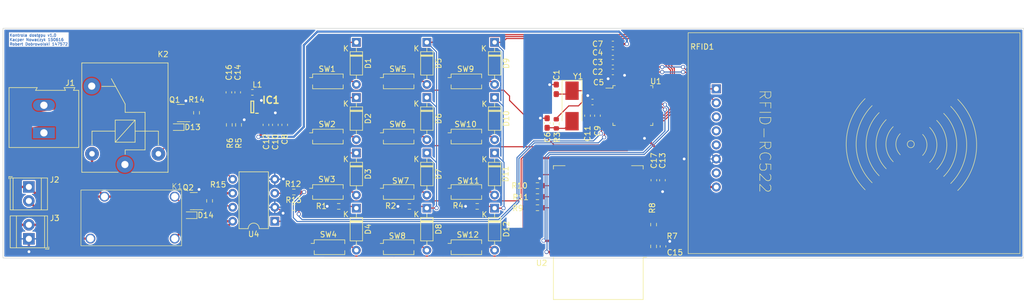
<source format=kicad_pcb>
(kicad_pcb (version 20221018) (generator pcbnew)
  (layers (0 "F.Cu" signal) (31 "B.Cu" signal) (34 "B.Paste" user) (35 "F.Paste" user) (36 "B.SilkS" user "B.Silkscreen") (37 "F.SilkS" user "F.Silkscreen") (38 "B.Mask" user) (39 "F.Mask" user) (44 "Edge.Cuts" user))
  (net 0 "")
  (net 1 "GND")
  (net 2 "Net-(U1-PF0)")
  (net 3 "VDD")
  (net 4 "Net-(U1-NRST)")
  (net 5 "Net-(C6-Pad2)")
  (net 6 "+24V")
  (net 7 "VDDA")
  (net 8 "Net-(IC1-BST)")
  (net 9 "Net-(C14-Pad2)")
  (net 10 "/ESP_NRST1")
  (net 11 "Net-(IC1-SW)")
  (net 12 "/I2C1_SCL")
  (net 13 "/I2C1_SDA")
  (net 16 "/COL0")
  (net 17 "Net-(D1-A)")
  (net 18 "Net-(D2-A)")
  (net 19 "Net-(D3-A)")
  (net 20 "Net-(D4-A)")
  (net 21 "/COL1")
  (net 22 "Net-(D5-A)")
  (net 23 "Net-(D6-A)")
  (net 24 "Net-(D7-A)")
  (net 25 "Net-(D8-A)")
  (net 26 "/COL2")
  (net 27 "Net-(D9-A)")
  (net 28 "Net-(D10-A)")
  (net 29 "Net-(D11-A)")
  (net 30 "Net-(D12-A)")
  (net 31 "/COM_V2")
  (net 32 "Net-(D13-A)")
  (net 33 "Net-(D14-A)")
  (net 37 "/Relay2_NC")
  (net 38 "/Relay1_NO")
  (net 39 "Net-(Q1-B)")
  (net 40 "Net-(Q2-B)")
  (net 41 "Net-(U2-EN)")
  (net 42 "Net-(U2-GPIO0)")
  (net 43 "Net-(U2-GPIO15)")
  (net 44 "Net-(U2-GPIO2)")
  (net 45 "/V2_Close")
  (net 46 "Net-(R12-Pad2)")
  (net 47 "/V1_Open")
  (net 48 "Net-(R13-Pad2)")
  (net 49 "Net-(R14-Pad1)")
  (net 50 "Net-(R15-Pad1)")
  (net 51 "/ROW0")
  (net 52 "/ROW1")
  (net 53 "/ROW2")
  (net 54 "/ROW3")
  (net 67 "/USART1_Tx")
  (net 68 "/USART1_Rx")
  (footprint "Button_Switch_SMD:SW_DIP_SPSTx01_Slide_Copal_CHS-01A_W5.08mm_P1.27mm_JPin" (layer "F.Cu") (at 142.5 108.39)
    (fp_text reference "SW11")
    (fp_text value "SW_Push")
  )
  (footprint "Button_Switch_SMD:SW_DIP_SPSTx01_Slide_Copal_CHS-01A_W5.08mm_P1.27mm_JPin" (layer "F.Cu") (at 130.25 118.38)
    (fp_text reference "SW8")
    (fp_text value "SW_Push")
  )
  (footprint "Capacitor_SMD:C_0603_1608Metric_Pad1.08x0.95mm_HandSolder" (layer "F.Cu") (at 109.65 96.2275 90)
    (fp_text reference "C8")
    (fp_text value "10uF")
  )
  (footprint "RF_Module:ESP-12E" (layer "F.Cu") (at 166.35 115.74 180)
    (fp_text reference "U2")
    (fp_text value "ESP-12E")
  )
  (footprint "Capacitor_SMD:C_0603_1608Metric_Pad1.08x0.95mm_HandSolder" (layer "F.Cu") (at 164.4 94.565 90)
    (fp_text reference "C11")
    (fp_text value "1uF")
  )
  (footprint "Inductor_SMD:L_0603_1608Metric_Pad1.05x0.95mm_HandSolder" (layer "F.Cu") (at 103.8 90.34)
    (fp_text reference "L1")
    (fp_text value "4.7uH")
  )
  (footprint "Capacitor_SMD:C_0603_1608Metric_Pad1.08x0.95mm_HandSolder" (layer "F.Cu") (at 168.98 81.58 180)
    (fp_text reference "C7")
    (fp_text value "100nF")
  )
  (footprint "Relay_THT:Relay_SPST_SANYOU_SRD_Series_Form_B" (layer "F.Cu") (at 80.75 103.41 90)
    (fp_text reference "K2")
    (fp_text value "SANYOU_SRD_Form_B")
  )
  (footprint "Button_Switch_SMD:SW_DIP_SPSTx01_Slide_Copal_CHS-01A_W5.08mm_P1.27mm_JPin" (layer "F.Cu") (at 117.46 88.35)
    (fp_text reference "SW1")
    (fp_text value "SW_Push")
  )
  (footprint "Diode_THT:D_DO-35_SOD27_P7.62mm_Horizontal" (layer "F.Cu") (at 147.6 101.32 -90)
    (fp_text reference "D11")
    (fp_text value "1N914")
  )
  (footprint "Button_Switch_SMD:SW_DIP_SPSTx01_Slide_Copal_CHS-01A_W5.08mm_P1.27mm_JPin" (layer "F.Cu") (at 130.25 88.35)
    (fp_text reference "SW5")
    (fp_text value "SW_Push")
  )
  (footprint "Resistor_SMD:R_0603_1608Metric_Pad0.98x0.95mm_HandSolder" (layer "F.Cu") (at 176.35 114.29 -90)
    (fp_text reference "R8")
    (fp_text value "10K")
  )
  (footprint "Resistor_SMD:R_0603_1608Metric_Pad0.98x0.95mm_HandSolder" (layer "F.Cu") (at 176.35 118.24 90)
    (fp_text reference "R7")
    (fp_text value "10K")
  )
  (footprint "Capacitor_SMD:C_0603_1608Metric_Pad1.08x0.95mm_HandSolder" (layer "F.Cu") (at 158.75 89.79 -90)
    (fp_text reference "C1")
    (fp_text value "18pF")
  )
  (footprint "TerminalBlock_TE-Connectivity:TerminalBlock_TE_282834-2_1x02_P2.54mm_Horizontal" (layer "F.Cu") (at 63.38 107.465 -90)
    (fp_text reference "J2")
    (fp_text value "V1")
  )
  (footprint "Resistor_SMD:R_0603_1608Metric_Pad0.98x0.95mm_HandSolder" (layer "F.Cu") (at 119.41 110.99)
    (fp_text reference "R1")
    (fp_text value "10K")
  )
  (footprint "Package_QFP:LQFP-48_7x7mm_P0.5mm" (layer "F.Cu") (at 172.6 92.7275)
    (fp_text reference "U1")
    (fp_text value "STM32F030C8Tx")
  )
  (footprint "Capacitor_SMD:C_0603_1608Metric_Pad1.08x0.95mm_HandSolder" (layer "F.Cu") (at 178.05 118.24 90)
    (fp_text reference "C15")
    (fp_text value "100nF")
  )
  (footprint "Diode_SMD:D_SOD-523" (layer "F.Cu") (at 92.53 112.59 180)
    (fp_text reference "D14")
    (fp_text value "LL414B")
  )
  (footprint "Resistor_SMD:R_0603_1608Metric_Pad0.98x0.95mm_HandSolder" (layer "F.Cu") (at 93.7 94.04 -90)
    (fp_text reference "R14")
    (fp_text value "470R")
  )
  (footprint "Button_Switch_SMD:SW_DIP_SPSTx01_Slide_Copal_CHS-01A_W5.08mm_P1.27mm_JPin" (layer "F.Cu") (at 117.46 108.39)
    (fp_text reference "SW3")
    (fp_text value "SW_Push")
  )
  (footprint "Resistor_SMD:R_0603_1608Metric_Pad0.98x0.95mm_HandSolder" (layer "F.Cu") (at 132.2 110.99)
    (fp_text reference "R2")
    (fp_text value "10K")
  )
  (footprint "Resistor_SMD:R_0603_1608Metric_Pad0.98x0.95mm_HandSolder" (layer "F.Cu") (at 111.3 111.19 180)
    (fp_text reference "R13")
    (fp_text value "470R")
  )
  (footprint "Capacitor_SMD:C_0603_1608Metric_Pad1.08x0.95mm_HandSolder" (layer "F.Cu") (at 157.1 95.89 -90)
    (fp_text reference "C6")
    (fp_text value "18pF")
  )
  (footprint "Resistor_SMD:R_0603_1608Metric_Pad0.98x0.95mm_HandSolder" (layer "F.Cu") (at 99.624 96.2275 90)
    (fp_text reference "R6")
    (fp_text value "30.9kR")
  )
  (footprint "My_Footprints_Library:Relay1461103-1" (layer "F.Cu") (at 90.58 108.025 180)
    (fp_text reference "K1")
    (fp_text value "1461103-1")
  )
  (footprint "Diode_THT:D_DO-35_SOD27_P7.62mm_Horizontal" (layer "F.Cu") (at 147.6 111.31 -90)
    (fp_text reference "D12")
    (fp_text value "1N914")
  )
  (footprint "Capacitor_SMD:C_0603_1608Metric_Pad1.08x0.95mm_HandSolder" (layer "F.Cu") (at 106.25 96.2275 -90)
    (fp_text reference "C12")
    (fp_text value "47uF")
  )
  (footprint "Button_Switch_SMD:SW_DIP_SPSTx01_Slide_Copal_CHS-01A_W5.08mm_P1.27mm_JPin" (layer "F.Cu") (at 117.46 98.35)
    (fp_text reference "SW2")
    (fp_text value "SW_Push")
  )
  (footprint "Button_Switch_SMD:SW_DIP_SPSTx01_Slide_Copal_CHS-01A_W5.08mm_P1.27mm_JPin" (layer "F.Cu") (at 117.745 118.38)
    (fp_text reference "SW4")
    (fp_text value "SW_Push")
  )
  (footprint "Capacitor_SMD:C_0603_1608Metric_Pad1.08x0.95mm_HandSolder" (layer "F.Cu") (at 166.2 94.565 90)
    (fp_text reference "C9")
    (fp_text value "10nF")
  )
  (footprint "Diode_SMD:D_SOD-523" (layer "F.Cu") (at 90.18 96.64 180)
    (fp_text reference "D13")
    (fp_text value "LL414B")
  )
  (footprint "Capacitor_SMD:C_0603_1608Metric_Pad1.08x0.95mm_HandSolder" (layer "F.Cu") (at 99.55 90.34 -90)
    (fp_text reference "C16")
    (fp_text value "47pF")
  )
  (footprint "Capacitor_SMD:C_0603_1608Metric_Pad1.08x0.95mm_HandSolder" (layer "F.Cu") (at 107.95 96.2275 90)
    (fp_text reference "C10")
    (fp_text value "100nF")
  )
  (footprint "TerminalBlock:TerminalBlock_Altech_AK300-2_P5.00mm" (layer "F.Cu") (at 66.1 97.675 90)
    (fp_text reference "J1")
    (fp_text value "V1")
  )
  (footprint "Crystal:Crystal_SMD_Abracon_ABM3-2Pin_5.0x3.2mm_HandSoldering" (layer "F.Cu") (at 161.6 92.8025 -90)
    (fp_text reference "Y1")
    (fp_text value "ABM3-8.000MHZ-D2Y")
  )
  (footprint "Resistor_SMD:R_0603_1608Metric" (layer "F.Cu") (at 158.75 96.04 -90)
    (fp_text reference "R3")
    (fp_text value "300")
  )
  (footprint "Diode_THT:D_DO-35_SOD27_P7.62mm_Horizontal" (layer "F.Cu") (at 135.35 91.28 -90)
    (fp_text reference "D6")
    (fp_text value "1N914")
  )
  (footprint "Diode_THT:D_DO-35_SOD27_P7.62mm_Horizontal" (layer "F.Cu") (at 122.6 111.31 -90)
    (fp_text reference "D4")
    (fp_text value "1N914")
  )
  (footprint "Capacitor_SMD:C_0603_1608Metric_Pad1.08x0.95mm_HandSolder" (layer "F.Cu") (at 177.95 106.2525 -90)
    (fp_text reference "C13")
    (fp_text value "4.7uF")
  )
  (footprint "Capacitor_SMD:C_0603_1608Metric_Pad1.08x0.95mm_HandSolder" (layer "F.Cu") (at 168.98 84.89 180)
    (fp_text reference "C3")
    (fp_text value "100nF")
  )
  (footprint "Resistor_SMD:R_0603_1608Metric_Pad0.98x0.95mm_HandSolder" (layer "F.Cu") (at 96.0625 109.99 90)
    (fp_text reference "R15")
    (fp_text value "470R")
  )
  (footprint "Capacitor_SMD:C_0603_1608Metric_Pad1.08x0.95mm_HandSolder" (layer "F.Cu") (at 101.15 90.34 90)
    (fp_text reference "C14")
    (fp_text value "100nF")
  )
  (footprint "Diode_THT:D_DO-35_SOD27_P7.62mm_Horizontal" (layer "F.Cu") (at 122.6 101.32 -90)
    (fp_text reference "D3")
    (fp_text value "1N914")
  )
  (footprint "TerminalBlock_TE-Connectivity:TerminalBlock_TE_282834-2_1x02_P2.54mm_Horizontal" (layer "F.Cu") (at 63.38 116.87 90)
    (fp_text reference "J3")
    (fp_text value "V1")
  )
  (footprint "Diode_THT:D_DO-35_SOD27_P7.62mm_Horizontal" (layer "F.Cu") (at 135.35 81.28 -90)
    (fp_text reference "D5")
    (fp_text value "1N914")
  )
  (footprint "Diode_THT:D_DO-35_SOD27_P7.62mm_Horizontal" (layer "F.Cu") (at 122.6 91.28 -90)
    (fp_text reference "D2")
    (fp_text value "1N914")
  )
  (footprint "Capacitor_SMD:C_0603_1608Metric_Pad1.08x0.95mm_HandSolder" (layer "F.Cu") (at 165.3 92.09 180)
    (fp_text reference "C5")
    (fp_text value "100nF")
  )
  (footprint "Button_Switch_SMD:SW_DIP_SPSTx01_Slide_Copal_CHS-01A_W5.08mm_P1.27mm_JPin" (layer "F.Cu") (at 130.25 108.39)
    (fp_text reference "SW7")
    (fp_text value "SW_Push")
  )
  (footprint "Resistor_SMD:R_0603_1608Metric_Pad0.98x0.95mm_HandSolder" (layer "F.Cu") (at 155.35 107.24 180)
    (fp_text reference "R10")
    (fp_text value "10K")
  )
  (footprint "Package_DIP:DIP-8_W7.62mm" (layer "F.Cu") (at 107.85 113.69 180)
    (fp_text reference "U4")
    (fp_text value "LTV-824")
  )
  (footprint "Button_Switch_SMD:SW_DIP_SPSTx01_Slide_Copal_CHS-01A_W5.08mm_P1.27mm_JPin" (layer "F.Cu") (at 142.5 118.38)
    (fp_text reference "SW12")
    (fp_text value "SW_Push")
  )
  (footprint "Resistor_SMD:R_0603_1608Metric_Pad0.98x0.95mm_HandSolder" (layer "F.Cu") (at 144.45 110.99)
    (fp_text reference "R4")
    (fp_text value "10K")
  )
  (footprint "Diode_THT:D_DO-35_SOD27_P7.62mm_Horizontal" (layer "F.Cu") (at 135.35 111.31 -90)
    (fp_text reference "D8")
    (fp_text value "1N914")
  )
  (footprint "Button_Switch_SMD:SW_DIP_SPSTx01_Slide_Copal_CHS-01A_W5.08mm_P1.27mm_JPin" (layer "F.Cu") (at 142.5 98.35)
    (fp_text reference "SW10")
    (fp_text value "SW_Push")
  )
  (footprint "Button_Switch_SMD:SW_DIP_SPSTx01_Slide_Copal_CHS-01A_W5.08mm_P1.27mm_JPin" (layer "F.Cu") (at 142.5 88.35)
    (fp_text reference "SW9")
    (fp_text value "SW_Push")
  )
  (footprint "Diode_THT:D_DO-35_SOD27_P7.62mm_Horizontal" (layer "F.Cu") (at 147.6 81.28 -90)
    (fp_text reference "D9")
    (fp_text value "1N914")
  )
  (footprint "Diode_THT:D_DO-35_SOD27_P7.62mm_Horizontal" (layer "F.Cu") (at 135.35 101.32 -90)
    (fp_text reference "D7")
    (fp_text value "1N914")
  )
  (footprint "Capacitor_SMD:C_0603_1608Metric_Pad1.08x0.95mm_HandSolder" (layer "F.Cu") (at 168.98 83.14 180)
    (fp_text reference "C4")
    (fp_text value "100nF")
  )
  (footprint "Diode_THT:D_DO-35_SOD27_P7.62mm_Horizontal" (layer "F.Cu") (at 147.6 91.28 -90)
    (fp_text reference "D10")
    (fp_text value "1N914")
  )
  (footprint "Resistor_SMD:R_0603_1608Metric_Pad0.98x0.95mm_HandSolder" (layer "F.Cu") (at 111.3 108.39 180)
    (fp_text reference "R12")
    (fp_text value "470R")
  )
  (footprint "Resistor_SMD:R_0603_1608Metric_Pad0.98x0.95mm_HandSolder" (layer "F.Cu") (at 101.3 96.2275 -90)
    (fp_text reference "R5")
    (fp_text value "10K")
  )
  (footprint "Diode_THT:D_DO-35_SOD27_P7.62mm_Horizontal" (layer "F.Cu") (at 122.6 81.28 -90)
    (fp_text reference "D1")
    (fp_text value "1N914")
  )
  (footprint "Button_Switch_SMD:SW_DIP_SPSTx01_Slide_Copal_CHS-01A_W5.08mm_P1.27mm_JPin" (layer "F.Cu") (at 130.25 98.35)
    (fp_text reference "SW6")
    (fp_text value "SW_Push")
  )
  (footprint "Package_TO_SOT_SMD:SOT-23" (layer "F.Cu") (at 90.85 94.09 180)
    (fp_text reference "Q1")
    (fp_text value "MMBT3904")
  )
  (footprint "Package_TO_SOT_SMD:SOT-23" (layer "F.Cu") (at 93.2 110.04 180)
    (fp_text reference "Q2")
    (fp_text value "MMBT3904")
  )
  (footprint "Resistor_SMD:R_0603_1608Metric_Pad0.98x0.95mm_HandSolder" (layer "F.Cu") (at 155.35 111.24)
    (fp_text reference "R9")
    (fp_text value "10K")
  )
  (footprint "Resistor_SMD:R_0603_1608Metric_Pad0.98x0.95mm_HandSolder" (layer "F.Cu") (at 155.35 109.24)
    (fp_text reference "R11")
    (fp_text value "10K")
  )
  (footprint "Capacitor_SMD:C_0603_1608Metric_Pad1.08x0.95mm_HandSolder" (layer "F.Cu") (at 168.98 86.64 180)
    (fp_text reference "C2")
    (fp_text value "4.7uF")
  )
  (footprint "My_Footprints_Library:RC522_I2C_B30x20mm" (layer "F.Cu") (at 182.6 79.54)
    (fp_text reference "RFID1")
    (fp_text value "RC522")
  )
  (footprint "Capacitor_SMD:C_0603_1608Metric_Pad1.08x0.95mm_HandSolder" (layer "F.Cu") (at 176.4 106.2525 -90)
    (fp_text reference "C17")
    (fp_text value "1uF")
  )
  (footprint "My_Footprints_Library:SOTFL50P160X60-8N" (layer "F.Cu") (at 103.786 92.9775 180)
    (fp_text reference "IC1")
    (fp_text value "TPS563300DRLR" hide)
  )
  (gr_rect (start 58.7 78.74) (end 243.29 120.34) (stroke (width 0.1)) (fill none) (layer "Edge.Cuts"))
  (gr_text "Kontrola dostępu v1.0\nKacper Nowaczyk 150616\nRobert Dobrowolski 147572 " (at 59.85 79.7) (layer "B.Cu") (effects (font (size 0.5 0.5) (thickness 0.1) bold) (justify left top)))
  (segment (start 158.75 88.9275) (end 157.5725 88.9275) (width 0.2) (layer "F.Cu") (net 1))
  (segment (start 170.927501 87.25) (end 171.1 87.25) (width 0.2) (layer "F.Cu") (net 1))
  (segment (start 177.95 108.3) (end 177.975 108.325) (width 0.2) (layer "F.Cu") (net 1))
  (segment (start 168.1175 86.64) (end 168.1175 87.8675) (width 0.2) (layer "F.Cu") (net 1))
  (segment (start 164.4375 90.9375) (end 164.45 90.925) (width 0.2) (layer "F.Cu") (net 1))
  (segment (start 63.38 116.87) (end 63.38 119.18) (width 0.4) (layer "F.Cu") (net 1))
  (segment (start 108.275 111.15) (end 109.35 112.225) (width 0.2) (layer "F.Cu") (net 1))
  (segment (start 178.05 117.3775) (end 179.2225 117.3775) (width 0.2) (layer "F.Cu") (net 1))
  (segment (start 118.4975 110.99) (end 117.34 110.99) (width 0.2) (layer "F.Cu") (net 1))
  (segment (start 177.95 107.115) (end 177.95 108.3) (width 0.2) (layer "F.Cu") (net 1))
  (segment (start 168.4375 93.4775) (end 166.425 93.4775) (width 0.2) (layer "F.Cu") (net 1))
  (segment (start 168.1175 87.8675) (end 168.125 87.875) (width 0.2) (layer "F.Cu") (net 1))
  (segment (start 164.4375 92.09) (end 164.4375 90.9375) (width 0.2) (layer "F.Cu") (net 1))
  (segment (start 154.4375 107.24) (end 156.4375 105.24) (width 0.2) (layer "F.Cu") (net 1))
  (segment (start 104.9975 92.2275) (end 104.624 92.2275) (width 0.2) (layer "F.Cu") (net 1))
  (segment (start 179.2225 117.3775) (end 179.275 117.325) (width 0.2) (layer "F.Cu") (net 1))
  (segment (start 156.4375 105.24) (end 158.75 105.24) (width 0.2) (layer "F.Cu") (net 1))
  (segment (start 117.34 110.99) (end 117.325 110.975) (width 0.2) (layer "F.Cu") (net 1))
  (segment (start 109.355 106.07) (end 109.4 106.025) (width 0.2) (layer "F.Cu") (net 1))
  (segment (start 130.135 110.99) (end 130.125 111) (width 0.2) (layer "F.Cu") (net 1))
  (segment (start 164.4 93.7025) (end 164.4 92.1275) (width 0.2) (layer "F.Cu") (net 1))
  (segment (start 143.5375 110.99) (end 142.365 110.99) (width 0.2) (layer "F.Cu") (net 1))
  (segment (start 157.5725 88.9275) (end 157.55 88.95) (width 0.2) (layer "F.Cu") (net 1))
  (segment (start 94.1375 107.9375) (end 94.1375 109.09) (width 0.2) (layer "F.Cu") (net 1))
  (segment (start 91.7875 93.14) (end 91.7875 91.8875) (width 0.2) (layer "F.Cu") (net 1))
  (segment (start 107.85 106.07) (end 109.355 106.07) (width 0.2) (layer "F.Cu") (net 1))
  (segment (start 107.85 111.15) (end 108.275 111.15) (width 0.2) (layer "F.Cu") (net 1))
  (segment (start 106.25 95.365) (end 109.65 95.365) (width 0.2) (layer "F.Cu") (net 1))
  (segment (start 170.35 88.565) (end 170.35 87.827501) (width 0.2) (layer "F.Cu") (net 1))
  (segment (start 94.15 107.925) (end 94.1375 107.9375) (width 0.2) (layer "F.Cu") (net 1))
  (segment (start 176.4 107.115) (end 177.95 107.115) (width 0.2) (layer "F.Cu") (net 1))
  (segment (start 174.85 96.89) (end 174.85 98.516846) (width 0.2) (layer "F.Cu") (net 1))
  (segment (start 142.365 110.99) (end 142.35 110.975) (width 0.2) (layer "F.Cu") (net 1))
  (segment (start 171.272499 87.25) (end 171.1 87.25) (width 0.2) (layer "F.Cu") (net 1))
  (segment (start 157.1 95.0275) (end 155.9025 95.0275) (width 0.2) (layer "F.Cu") (net 1))
  (segment (start 107.95 95.365) (end 107.95 94.05) (width 0.2) (layer "F.Cu") (net 1))
  (segment (start 166.425 93.4775) (end 166.2 93.7025) (width 0.2) (layer "F.Cu") (net 1))
  (segment (start 91.7875 91.8875) (end 91.775 91.875) (width 0.2) (layer "F.Cu") (net 1))
  (segment (start 164.4 92.1275) (end 164.4375 92.09) (width 0.2) (layer "F.Cu") (net 1))
  (segment (start 63.38 119.18) (end 63.4 119.2) (width 0.4) (layer "F.Cu") (net 1))
  (segment (start 166.2 93.7025) (end 164.4 93.7025) (width 0.2) (layer "F.Cu") (net 1))
  (segment (start 105.425 91.8) (end 104.9975 92.2275) (width 0.2) (layer "F.Cu") (net 1))
  (segment (start 174.85 98.516846) (end 174.70313 98.663716) (width 0.2) (layer "F.Cu") (net 1))
  (segment (start 155.9025 95.0275) (end 155.875 95) (width 0.2) (layer "F.Cu") (net 1))
  (segment (start 102.31 95.315) (end 102.325 95.3) (width 0.2) (layer "F.Cu") (net 1))
  (segment (start 171.272499 87.25) (end 171.85 87.827501) (width 0.2) (layer "F.Cu") (net 1))
  (segment (start 131.2875 110.99) (end 130.135 110.99) (width 0.2) (layer "F.Cu") (net 1))
  (segment (start 168.1175 81.58) (end 168.1175 86.64) (width 0.2) (layer "F.Cu") (net 1))
  (segment (start 101.3 95.315) (end 102.31 95.315) (width 0.2) (layer "F.Cu") (net 1))
  (segment (start 171.85 87.827501) (end 171.85 88.565) (width 0.2) (layer "F.Cu") (net 1))
  (segment (start 170.35 87.827501) (end 170.927501 87.25) (width 0.2) (layer "F.Cu") (net 1))
  (via (at 142.35 110.975) (size 0.75) (drill 0.5) (layers "F.Cu" "B.Cu") (net 1))
  (via (at 155.875 95) (size 0.75) (drill 0.5) (layers "F.Cu" "B.Cu") (net 1))
  (via (at 107.95 94.05) (size 0.75) (drill 0.5) (layers "F.Cu" "B.Cu") (net 1))
  (via (at 181.875 102.4) (size 0.75) (drill 0.5) (layers "F.Cu" "B.Cu") (net 1))
  (via (at 164.45 90.925) (size 0.75) (drill 0.5) (layers "F.Cu" "B.Cu") (net 1))
  (via (at 105.425 91.8) (size 0.75) (drill 0.5) (layers "F.Cu" "B.Cu") (net 1))
  (via (at 102.325 95.3) (size 0.75) (drill 0.5) (layers "F.Cu" "B.Cu") (net 1))
  (via (at 91.775 91.875) (size 0.75) (drill 0.5) (layers "F.Cu" "B.Cu") (net 1))
  (via (at 94.15 107.925) (size 0.75) (drill 0.5) (layers "F.Cu" "B.Cu") (net 1))
  (via (at 109.4 106.025) (size 0.75) (drill 0.5) (layers "F.Cu" "B.Cu") (net 1))
  (via (at 117.325 110.975) (size 0.75) (drill 0.5) (layers "F.Cu" "B.Cu") (net 1))
  (via (at 168.125 87.875) (size 0.75) (drill 0.5) (layers "F.Cu" "B.Cu") (net 1))
  (via (at 109.35 112.225) (size 0.75) (drill 0.5) (layers "F.Cu" "B.Cu") (net 1))
  (via (at 155.73875 105.93875) (size 0.75) (drill 0.5) (layers "F.Cu" "B.Cu") (net 1))
  (via (at 177.975 108.325) (size 0.75) (drill 0.5) (layers "F.Cu" "B.Cu") (net 1))
  (via (at 157.55 88.95) (size 0.75) (drill 0.5) (layers "F.Cu" "B.Cu") (net 1))
  (via (at 63.4 119.2) (size 0.75) (drill 0.5) (layers "F.Cu" "B.Cu") (net 1))
  (via (at 130.125 111) (size 0.75) (drill 0.5) (layers "F.Cu" "B.Cu") (net 1))
  (via (at 174.70313 98.663716) (size 0.75) (drill 0.5) (layers "F.Cu" "B.Cu") (net 1))
  (via (at 179.275 117.325) (size 0.75) (drill 0.5) (layers "F.Cu" "B.Cu") (net 1))
  (via (at 171.1 87.25) (size 0.75) (drill 0.5) (layers "F.Cu" "B.Cu") (net 1))
  (segment (start 187.68 102.4) (end 181.875 102.4) (width 0.2) (layer "B.Cu") (net 1))
  (segment (start 164.25 90.04) (end 161.6 90.04) (width 0.2) (layer "F.Cu") (net 2))
  (segment (start 163.45 92.09) (end 163.45 90.84) (width 0.2) (layer "F.Cu") (net 2))
  (segment (start 168.4375 92.4775) (end 168.4375 91.9775) (width 0.2) (layer "F.Cu") (net 2))
  (segment (start 161.0125 92.79) (end 162.75 92.79) (width 0.2) (layer "F.Cu") (net 2))
  (segment (start 168.4375 91.9775) (end 167.700001 91.9775) (width 0.2) (layer "F.Cu") (net 2))
  (segment (start 158.75 95.215) (end 158.75 95.0525) (width 0.2) (layer "F.Cu") (net 2))
  (segment (start 163.45 90.84) (end 164.25 90.04) (width 0.2) (layer "F.Cu") (net 2))
  (segment (start 167.700001 91.9775) (end 165.762501 90.04) (width 0.2) (layer "F.Cu") (net 2))
  (segment (start 158.75 95.0525) (end 161.0125 92.79) (width 0.2) (layer "F.Cu") (net 2))
  (segment (start 162.75 92.79) (end 163.45 92.09) (width 0.2) (layer "F.Cu") (net 2))
  (segment (start 158.75 90.6525) (end 160.9875 90.6525) (width 0.2) (layer "F.Cu") (net 2))
  (segment (start 165.762501 90.04) (end 164.25 90.04) (width 0.2) (layer "F.Cu") (net 2))
  (segment (start 160.9875 90.6525) (end 161.6 90.04) (width 0.2) (layer "F.Cu") (net 2))
  (segment (start 168.4375 91.9775) (end 168.3625 91.9775) (width 0.2) (layer "F.Cu") (net 2))
  (segment (start 178.2 105.39) (end 179.05 104.54) (width 0.4) (layer "F.Cu") (net 3))
  (segment (start 175.04062 95.74) (end 169.85 90.54938) (width 0.4) (layer "F.Cu") (net 3))
  (segment (start 99.55 92.066) (end 99.55 91.2025) (width 0.4) (layer "F.Cu") (net 3))
  (segment (start 102.948 93.788) (end 106.25 97.09) (width 0.2) (layer "F.Cu") (net 3))
  (segment (start 169.85 86.6475) (end 169.8425 86.64) (width 0.2) (layer "F.Cu") (net 3))
  (segment (start 99.55 92.066) (end 101.2115 93.7275) (width 0.4) (layer "F.Cu") (net 3))
  (segment (start 169.85 88.565) (end 168.875 88.565) (width 0.2) (layer "F.Cu") (net 3))
  (segment (start 153.2 108.0025) (end 154.4375 109.24) (width 0.4) (layer "F.Cu") (net 3))
  (segment (start 179.74 107.48) (end 187.68 107.48) (width 0.4) (layer "F.Cu") (net 3))
  (segment (start 154.4375 111.24) (end 154.4375 111.2275) (width 0.4) (layer "F.Cu") (net 3))
  (segment (start 102.948 93.7275) (end 102.948 93.788) (width 0.2) (layer "F.Cu") (net 3))
  (segment (start 153.7 102.24) (end 153.2 102.74) (width 0.4) (layer "F.Cu") (net 3))
  (segment (start 169.85 88.565) (end 169.85 90.54938) (width 0.2) (layer "F.Cu") (net 3))
  (segment (start 169.85 88.565) (end 169.85 86.6475) (width 0.2) (layer "F.Cu") (net 3))
  (segment (start 179.05 102.69) (end 178.6 102.24) (width 0.4) (layer "F.Cu") (net 3))
  (segment (start 105 98.34) (end 104.95 98.34) (width 0.4) (layer "F.Cu") (net 3))
  (segment (start 176.25 105.24) (end 176.4 105.39) (width 0.4) (layer "F.Cu") (net 3))
  (segment (start 179 106.74) (end 179 110.34) (width 0.4) (layer "F.Cu") (net 3))
  (segment (start 173.70625 105.39) (end 176.19375 105.39) (width 0.2) (layer "F.Cu") (net 3))
  (segment (start 104.95 98.39) (end 106.25 97.09) (width 0.4) (layer "F.Cu") (net 3))
  (segment (start 175.35 96.89) (end 175.35 98.99) (width 0.2) (layer "F.Cu") (net 3))
  (segment (start 175.05 95.74) (end 175.04062 95.74) (width 0.4) (layer "F.Cu") (net 3))
  (segment (start 153.2 109.99) (end 153.2 108.0025) (width 0.4) (layer "F.Cu") (net 3))
  (segment (start 179 105.99) (end 179 106.74) (width 0.4) (layer "F.Cu") (net 3))
  (segment (start 178.6 102.24) (end 175.35 98.99) (width 0.4) (layer "F.Cu") (net 3))
  (segment (start 101.2115 93.7275) (end 99.624 95.315) (width 0.4) (layer "F.Cu") (net 3))
  (segment (start 175.35 96.04) (end 175.05 95.74) (width 0.2) (layer "F.Cu") (net 3))
  (segment (start 175.35 96.89) (end 175.35 96.04) (width 0.2) (layer "F.Cu") (net 3))
  (segment (start 176.35 117.3275) (end 176.35 117.04) (width 0.4) (layer "F.Cu") (net 3))
  (segment (start 179 110.34) (end 179 114.39) (width 0.4) (layer "F.Cu") (net 3))
  (segment (start 104.9 98.39) (end 104.95 98.39) (width 0.4) (layer "F.Cu") (net 3))
  (segment (start 176.35 112.99) (end 179 110.34) (width 0.4) (layer "F.Cu") (net 3))
  (segment (start 168.4375 89.0025) (end 168.4375 89.9775) (width 0.2) (layer "F.Cu") (net 3))
  (segment (start 176.4 105.39) (end 177.95 105.39) (width 0.4) (layer "F.Cu") (net 3))
  (segment (start 178.6 102.24) (end 153.7 102.24) (width 0.4) (layer "F.Cu") (net 3))
  (segment (start 106.25 97.09) (end 106.2 97.09) (width 0.2) (layer "F.Cu") (net 3))
  (segment (start 177.95 105.39) (end 178.2 105.39) (width 0.4) (layer "F.Cu") (net 3))
  (segment (start 168.875 88.565) (end 168.4375 89.0025) (width 0.2) (layer "F.Cu") (net 3))
  (segment (start 169.8425 81.58) (end 169.8425 86.64) (width 0.4) (layer "F.Cu") (net 3))
  (segment (start 179 106.74) (end 179.74 107.48) (width 0.4) (layer "F.Cu") (net 3))
  (segment (start 154.4375 111.2275) (end 153.2 109.99) (width 0.4) (layer "F.Cu") (net 3))
  (segment (start 102.948 93.7275) (end 101.2115 93.7275) (width 0.2) (layer "F.Cu") (net 3))
  (segment (start 174.1 105.39) (end 173.95 105.24) (width 0.4) (layer "F.Cu") (net 3))
  (segment (start 177.95 105.39) (end 178.4 105.39) (width 0.4) (layer "F.Cu") (net 3))
  (segment (start 104.95 98.34) (end 104.9 98.39) (width 0.4) (layer "F.Cu") (net 3))
  (segment (start 171.52 81.58) (end 169.8425 81.58) (width 0.4) (layer "F.Cu") (net 3))
  (segment (start 176.35 117.04) (end 179 114.39) (width 0.4) (layer "F.Cu") (net 3))
  (segment (start 178.4 105.39) (end 179 105.99) (width 0.4) (layer "F.Cu") (net 3))
  (segment (start 176.35 113.3775) (end 176.35 112.99) (width 0.4) (layer "F.Cu") (net 3))
  (segment (start 179.05 104.54) (end 179.05 102.69) (width 0.4) (layer "F.Cu") (net 3))
  (segment (start 153.2 102.74) (end 153.2 108.0025) (width 0.4) (layer "F.Cu") (net 3))
  (via (at 104.9 98.39) (size 0.75) (drill 0.5) (layers "F.Cu" "B.Cu") (net 3))
  (via (at 171.52 81.58) (size 0.75) (drill 0.5) (layers "F.Cu" "B.Cu") (net 3))
  (segment (start 111.3 98.39) (end 104.9 98.39) (width 0.4) (layer "B.Cu") (net 3))
  (segment (start 171.52 81.58) (end 171.52 80.76) (width 0.4) (layer "B.Cu") (net 3))
  (segment (start 113.1 81.8) (end 113.1 96.59) (width 0.4) (layer "B.Cu") (net 3))
  (segment (start 115.56 79.34) (end 113.1 81.8) (width 0.4) (layer "B.Cu") (net 3))
  (segment (start 170.1 79.34) (end 115.56 79.34) (width 0.4) (layer "B.Cu") (net 3))
  (segment (start 113.1 96.59) (end 111.3 98.39) (width 0.4) (layer "B.Cu") (net 3))
  (segment (start 171.52 80.76) (end 170.1 79.34) (width 0.4) (layer "B.Cu") (net 3))
  (segment (start 166.1625 92.09) (end 166.75 92.09) (width 0.2) (layer "F.Cu") (net 4))
  (segment (start 167.6375 92.9775) (end 168.4375 92.9775) (width 0.2) (layer "F.Cu") (net 4))
  (segment (start 166.75 92.09) (end 167.6375 92.9775) (width 0.2) (layer "F.Cu") (net 4))
  (segment (start 160.3 96.865) (end 161.6 95.565) (width 0.2) (layer "F.Cu") (net 5))
  (segment (start 158.75 96.865) (end 160.3 96.865) (width 0.2) (layer "F.Cu") (net 5))
  (segment (start 157.1 96.7525) (end 158.6375 96.7525) (width 0.2) (layer "F.Cu") (net 5))
  (segment (start 158.6375 96.7525) (end 158.75 96.865) (width 0.2) (layer "F.Cu") (net 5))
  (segment (start 59.3 112.825) (end 59.3 88.59) (width 0.4) (layer "F.Cu") (net 6))
  (segment (start 93.23 113.345) (end 93.23 112.59) (width 0.4) (layer "F.Cu") (net 6))
  (segment (start 90.88 102.31) (end 90.88 96.64) (width 0.4) (layer "F.Cu") (net 6))
  (segment (start 63.38 107.465) (end 60.585 107.465) (width 0.4) (layer "F.Cu") (net 6))
  (segment (start 109.2875 92.7275) (end 110.75 94.19) (width 0.4) (layer "F.Cu") (net 6))
  (segment (start 94.865 119.075) (end 67.55 119.075) (width 0.4) (layer "F.Cu") (net 6))
  (segment (start 74.8 104.375) (end 74.8 104.615) (width 0.4) (layer "F.Cu") (net 6))
  (segment (start 110.75 96.69) (end 110.35 97.09) (width 0.4) (layer "F.Cu") (net 6))
  (segment (start 110.35 97.09) (end 109.65 97.09) (width 0.4) (layer "F.Cu") (net 6))
  (segment (start 74.8 101.46) (end 74.8 104.375) (width 0.4) (layer "F.Cu") (net 6))
  (segment (start 77.05 109.225) (end 65.14 109.225) (width 0.4) (layer "F.Cu") (net 6))
  (segment (start 107.95 97.09) (end 109.65 97.09) (width 0.4) (layer "F.Cu") (net 6))
  (segment (start 104.624 92.7275) (end 105.7375 92.7275) (width 0.2) (layer "F.Cu") (net 6))
  (segment (start 67.55 119.075) (end 67.55 117.015076) (width 0.4) (layer "F.Cu") (net 6))
  (segment (start 89.75 116.825) (end 93.23 113.345) (width 0.4) (layer "F.Cu") (net 6))
  (segment (start 108.55 92.7275) (end 105.7625 92.7275) (width 0.4) (layer "F.Cu") (net 6))
  (segment (start 64.864924 114.33) (end 63.38 114.33) (width 0.4) (layer "F.Cu") (net 6))
  (segment (start 108.55 92.7275) (end 109.2875 92.7275) (width 0.4) (layer "F.Cu") (net 6))
  (segment (start 60.585 107.465) (end 59.3 108.75) (width 0.4) (layer "F.Cu") (net 6))
  (segment (start 100.23 113.69) (end 100.23 113.71) (width 0.4) (layer "F.Cu") (net 6))
  (segment (start 83.675 109.225) (end 77.05 109.225) (width 0.4) (layer "F.Cu") (net 6))
  (segment (start 94.33 113.69) (end 93.23 112.59) (width 0.4) (layer "F.Cu") (net 6))
  (segment (start 63.955 106.89) (end 63.38 107.465) (width 0.4) (layer "F.Cu") (net 6))
  (segment (start 65.14 109.225) (end 63.38 107.465) (width 0.4) (layer "F.Cu") (net 6))
  (segment (start 59.3 88.59) (end 63.65 84.24) (width 0.4) (layer "F.Cu") (net 6))
  (segment (start 100.23 113.71) (end 94.865 119.075) (width 0.4) (layer "F.Cu") (net 6))
  (segment (start 74.8 106.975) (end 74.8 104.375) (width 0.4) (layer "F.Cu") (net 6))
  (segment (start 109.2875 91.7775) (end 109.2875 92.7275) (width 0.4) (layer "F.Cu") (net 6))
  (segment (start 63.38 114.33) (end 60.805 114.33) (width 0.4) (layer "F.Cu") (net 6))
  (segment (start 90.59 102.31) (end 83.675 109.225) (width 0.4) (layer "F.Cu") (net 6))
  (segment (start 67.55 117.015076) (end 64.864924 114.33) (width 0.4) (layer "F.Cu") (net 6))
  (segment (start 60.805 114.33) (end 59.3 112.825) (width 0.4) (layer "F.Cu") (net 6))
  (segment (start 110.75 94.19) (end 110.75 96.69) (width 0.4) (layer "F.Cu") (net 6))
  (segment (start 100.23 113.69) (end 94.33 113.69) (width 0.4) (layer "F.Cu") (net 6))
  (segment (start 101.75 84.24) (end 109.2875 91.7775) (width 0.4) (layer "F.Cu") (net 6))
  (segment (start 90.88 102.31) (end 97.18 108.61) (width 0.4) (layer "F.Cu") (net 6))
  (segment (start 63.65 84.24) (end 101.75 84.24) (width 0.4) (layer "F.Cu") (net 6))
  (segment (start 90.88 98.31) (end 90.85 98.34) (width 0.2) (layer "F.Cu") (net 6))
  (segment (start 77.05 109.225) (end 74.8 106.975) (width 0.4) (layer "F.Cu") (net 6))
  (segment (start 90.88 102.31) (end 90.59 102.31) (width 0.4) (layer "F.Cu") (net 6))
  (segment (start 105.7375 92.7275) (end 105.75 92.74) (width 0.2) (layer "F.Cu") (net 6))
  (segment (start 97.18 108.61) (end 100.23 108.61) (width 0.4) (layer "F.Cu") (net 6))
  (segment (start 167.1 94.44) (end 166.2 95.34) (width 0.4) (layer "F.Cu") (net 7))
  (segment (start 166.4 95.277501) (end 166.4 95.4275) (width 0.2) (layer "F.Cu") (net 7))
  (segment (start 168.4375 93.9775) (end 167.5625 93.9775) (width 0.2) (layer "F.Cu") (net 7))
  (segment (start 166.2 95.34) (end 166.2 95.4275) (width 0.4) (layer "F.Cu") (net 7))
  (segment (start 166.2 95.4275) (end 164.4 95.4275) (width 0.4) (layer "F.Cu") (net 7))
  (segment (start 167.5625 93.9775) (end 167.1 94.44) (width 0.2) (layer "F.Cu") (net 7))
  (segment (start 101.15 91.2025) (end 102.675 92.7275) (width 0.2) (layer "F.Cu") (net 8))
  (segment (start 102.675 92.7275) (end 102.948 92.7275) (width 0.2) (layer "F.Cu") (net 8))
  (segment (start 102.0125 90.34) (end 101.15 89.4775) (width 0.2) (layer "F.Cu") (net 9))
  (segment (start 102.911 90.2275) (end 102.8125 90.2275) (width 0.2) (layer "F.Cu") (net 9))
  (segment (start 102.8125 90.2275) (end 102.8 90.24) (width 0.2) (layer "F.Cu") (net 9))
  (segment (start 102.925 90.34) (end 102.8125 90.2275) (width 0.2) (layer "F.Cu") (net 9))
  (segment (start 102.925 90.34) (end 102.0125 90.34) (width 0.2) (layer "F.Cu") (net 9))
  (segment (start 174.0375 119.1525) (end 173.95 119.24) (width 0.2) (layer "F.Cu") (net 10))
  (segment (start 178.05 119.1025) (end 176.4 119.1025) (width 0.2) (layer "F.Cu") (net 10))
  (segment (start 176.4 119.1025) (end 176.35 119.1525) (width 0.2) (layer "F.Cu") (net 10))
  (segment (start 176.35 119.1525) (end 174.0375 119.1525) (width 0.2) (layer "F.Cu") (net 10))
  (segment (start 98.8 98.34) (end 98.4 97.94) (width 0.2) (layer "F.Cu") (net 11))
  (segment (start 103.65 91.54) (end 103.64275 91.53275) (width 0.2) (layer "F.Cu") (net 11))
  (segment (start 100.2 88.24) (end 102.575 88.24) (width 0.2) (layer "F.Cu") (net 11))
  (segment (start 99.55 88.89) (end 100.2 88.24) (width 0.2) (layer "F.Cu") (net 11))
  (segment (start 101.3 97.14) (end 99.624 97.14) (width 0.2) (layer "F.Cu") (net 11))
  (segment (start 99.0125 89.4775) (end 99.55 89.4775) (width 0.2) (layer "F.Cu") (net 11))
  (segment (start 100.75 98.34) (end 98.8 98.34) (width 0.2) (layer "F.Cu") (net 11))
  (segment (start 102.575 88.24) (end 104.675 90.34) (width 0.2) (layer "F.Cu") (net 11))
  (segment (start 103.64275 91.53275) (end 102.948 92.2275) (width 0.2) (layer "F.Cu") (net 11))
  (segment (start 99.55 89.4775) (end 99.55 88.89) (width 0.2) (layer "F.Cu") (net 11))
  (segment (start 101.3 97.14) (end 101.3 97.79) (width 0.2) (layer "F.Cu") (net 11))
  (segment (start 104.675 90.5005) (end 103.64275 91.53275) (width 0.2) (layer "F.Cu") (net 11))
  (segment (start 101.3 97.79) (end 100.75 98.34) (width 0.2) (layer "F.Cu") (net 11))
  (segment (start 98.4 90.09) (end 99.0125 89.4775) (width 0.2) (layer "F.Cu") (net 11))
  (segment (start 104.675 90.34) (end 104.675 90.5005) (width 0.2) (layer "F.Cu") (net 11))
  (segment (start 98.4 97.94) (end 98.4 90.09) (width 0.2) (layer "F.Cu") (net 11))
  (segment (start 187.68 92.24) (end 182.1 86.66) (width 0.2) (layer "F.Cu") (net 12))
  (segment (start 172.85 87.827501) (end 174.017501 86.66) (width 0.2) (layer "F.Cu") (net 12))
  (segment (start 172.85 88.565) (end 172.85 87.827501) (width 0.2) (layer "F.Cu") (net 12))
  (segment (start 182.1 86.66) (end 181.68 86.66) (width 0.2) (layer "F.Cu") (net 12))
  (segment (start 174.017501 86.66) (end 177.9 86.66) (width 0.2) (layer "F.Cu") (net 12))
  (via (at 177.9 86.66) (size 0.75) (drill 0.5) (layers "F.Cu" "B.Cu") (net 12))
  (via (at 181.68 86.66) (size 0.75) (drill 0.5) (layers "F.Cu" "B.Cu") (net 12))
  (segment (start 177.9 86.66) (end 181.68 86.66) (width 0.2) (layer "B.Cu") (net 12))
  (segment (start 172.35 88.565) (end 172.35 87.827501) (width 0.2) (layer "F.Cu") (net 13))
  (segment (start 172.35 88.565) (end 172.45 88.465) (width 0.2) (layer "F.Cu") (net 13))
  (segment (start 185.64 89.7) (end 181.68 85.74) (width 0.2) (layer "F.Cu") (net 13))
  (segment (start 187.68 89.7) (end 185.64 89.7) (width 0.2) (layer "F.Cu") (net 13))
  (segment (start 174.437501 85.74) (end 177.9 85.74) (width 0.2) (layer "F.Cu") (net 13))
  (segment (start 172.35 87.827501) (end 174.437501 85.74) (width 0.2) (layer "F.Cu") (net 13))
  (via (at 177.9 85.74) (size 0.75) (drill 0.5) (layers "F.Cu" "B.Cu") (net 13))
  (via (at 181.68 85.74) (size 0.75) (drill 0.5) (layers "F.Cu" "B.Cu") (net 13))
  (segment (start 181.68 85.74) (end 177.9 85.74) (width 0.2) (layer "B.Cu") (net 13))
  (segment (start 114.52 101.32) (end 122.6 101.32) (width 0.2) (layer "F.Cu") (net 16))
  (segment (start 180.1 93.63568) (end 178.25818 95.4775) (width 0.2) (layer "F.Cu") (net 16))
  (segment (start 114.7 112.29) (end 113.775 111.365) (width 0.2) (layer "F.Cu") (net 16))
  (segment (start 120.3225 110.99) (end 122.28 110.99) (width 0.2) (layer "F.Cu") (net 16))
  (segment (start 115.86 79.88) (end 173.969948 79.88) (width 0.2) (layer "F.Cu") (net 16))
  (segment (start 113.775 102.59) (end 113.775 102.065) (width 0.2) (layer "F.Cu") (net 16))
  (segment (start 113.775 102.59) (end 113.775 92.09) (width 0.2) (layer "F.Cu") (net 16))
  (segment (start 119.0225 112.29) (end 114.7 112.29) (width 0.2) (layer "F.Cu") (net 16))
  (segment (start 113.775 92.09) (end 113.775 81.965) (width 0.2) (layer "F.Cu") (net 16))
  (segment (start 113.775 102.065) (end 114.52 101.32) (width 0.2) (layer "F.Cu") (net 16))
  (segment (start 122.28 110.99) (end 122.6 111.31) (width 0.2) (layer "F.Cu") (net 16))
  (segment (start 113.775 92.09) (end 114.585 91.28) (width 0.2) (layer "F.Cu") (net 16))
  (segment (start 178.25818 95.4775) (end 176.7625 95.4775) (width 0.2) (layer "F.Cu") (net 16))
  (segment (start 173.969948 79.88) (end 180.1 86.010052) (width 0.2) (layer "F.Cu") (net 16))
  (segment (start 114.585 91.28) (end 122.6 91.28) (width 0.2) (layer "F.Cu") (net 16))
  (segment (start 113.775 81.965) (end 114.46 81.28) (width 0.2) (layer "F.Cu") (net 16))
  (segment (start 113.775 111.365) (end 113.775 102.59) (width 0.2) (layer "F.Cu") (net 16))
  (segment (start 180.1 86.010052) (end 180.1 93.63568) (width 0.2) (layer "F.Cu") (net 16))
  (segment (start 114.46 81.28) (end 122.6 81.28) (width 0.2) (layer "F.Cu") (net 16))
  (segment (start 120.3225 110.99) (end 119.0225 112.29) (width 0.2) (layer "F.Cu") (net 16))
  (segment (start 114.46 81.28) (end 115.86 79.88) (width 0.2) (layer "F.Cu") (net 16))
  (segment (start 120 88.35) (end 122.05 88.35) (width 0.2) (layer "F.Cu") (net 17))
  (segment (start 122.05 88.35) (end 122.6 88.9) (width 0.2) (layer "F.Cu") (net 17))
  (segment (start 120 98.35) (end 122.05 98.35) (width 0.2) (layer "F.Cu") (net 18))
  (segment (start 122.05 98.35) (end 122.6 98.9) (width 0.2) (layer "F.Cu") (net 18))
  (segment (start 120 108.39) (end 122.05 108.39) (width 0.2) (layer "F.Cu") (net 19))
  (segment (start 122.05 108.39) (end 122.6 108.94) (width 0.2) (layer "F.Cu") (net 19))
  (segment (start 122.05 118.38) (end 122.6 118.93) (width 0.2) (layer "F.Cu") (net 20))
  (segment (start 120.285 118.38) (end 122.05 118.38) (width 0.2) (layer "F.Cu") (net 20))
  (segment (start 178.263206 94.9775) (end 176.7625 94.9775) (width 0.2) (layer "F.Cu") (net 21))
  (segment (start 179.75 86.155026) (end 179.75 93.490706) (width 0.2) (layer "F.Cu") (net 21))
  (segment (start 137.1 111.29) (end 135.37 111.29) (width 0.2) (layer "F.Cu") (net 21))
  (segment (start 135.37 111.29) (end 135.35 111.31) (width 0.2) (layer "F.Cu") (net 21))
  (segment (start 135.03 110.99) (end 135.35 111.31) (width 0.2) (layer "F.Cu") (net 21))
  (segment (start 136.31 81.28) (end 137.36 80.23) (width 0.2) (layer "F.Cu") (net 21))
  (segment (start 137.36 80.23) (end 173.824974 80.23) (width 0.2) (layer "F.Cu") (net 21))
  (segment (start 137.08 111.31) (end 137.1 111.29) (width 0.2) (layer "F.Cu") (net 21))
  (segment (start 173.824974 80.23) (end 179.75 86.155026) (width 0.2) (layer "F.Cu") (net 21))
  (segment (start 133.1125 110.99) (end 135.03 110.99) (width 0.2) (layer "F.Cu") (net 21))
  (segment (start 179.75 93.490706) (end 178.263206 94.9775) (width 0.2) (layer "F.Cu") (net 21))
  (segment (start 135.35 81.28) (end 136.31 81.28) (width 0.2) (layer "F.Cu") (net 21))
  (via (at 137.1 111.29) (size 0.75) (drill 0.5) (layers "F.Cu" "B.Cu") (net 21))
  (segment (start 137.1 103.07) (end 135.35 101.32) (width 0.2) (layer "B.Cu") (net 21))
  (segment (start 137.1 93.03) (end 135.35 91.28) (width 0.2) (layer "B.Cu") (net 21))
  (segment (start 137.1 111.29) (end 137.1 103.07) (width 0.2) (layer "B.Cu") (net 21))
  (segment (start 137.1 103.07) (end 137.1 93.03) (width 0.2) (layer "B.Cu") (net 21))
  (segment (start 137.1 93.03) (end 137.1 83.03) (width 0.2) (layer "B.Cu") (net 21))
  (segment (start 137.1 83.03) (end 135.35 81.28) (width 0.2) (layer "B.Cu") (net 21))
  (segment (start 134.8 88.35) (end 135.35 88.9) (width 0.2) (layer "F.Cu") (net 22))
  (segment (start 132.79 88.35) (end 134.8 88.35) (width 0.2) (layer "F.Cu") (net 22))
  (segment (start 134.8 98.35) (end 135.35 98.9) (width 0.2) (layer "F.Cu") (net 23))
  (segment (start 132.79 98.35) (end 134.8 98.35) (width 0.2) (layer "F.Cu") (net 23))
  (segment (start 134.8 108.39) (end 135.35 108.94) (width 0.2) (layer "F.Cu") (net 24))
  (segment (start 132.79 108.39) (end 134.8 108.39) (width 0.2) (layer "F.Cu") (net 24))
  (segment (start 132.79 118.38) (end 134.8 118.38) (width 0.2) (layer "F.Cu") (net 25))
  (segment (start 134.8 118.38) (end 135.35 118.93) (width 0.2) (layer "F.Cu") (net 25))
  (segment (start 147.6 81.28) (end 149.05 81.28) (width 0.2) (layer "F.Cu") (net 26))
  (segment (start 178.268232 94.4775) (end 176.7625 94.4775) (width 0.2) (layer "F.Cu") (net 26))
  (segment (start 149.76 80.59) (end 173.69 80.59) (width 0.2) (layer "F.Cu") (net 26))
  (segment (start 149.2 111.31) (end 147.6 111.31) (width 0.2) (layer "F.Cu") (net 26))
  (segment (start 173.69 80.59) (end 179.4 86.3) (width 0.2) (layer "F.Cu") (net 26))
  (segment (start 147.28 110.99) (end 147.6 111.31) (width 0.2) (layer "F.Cu") (net 26))
  (segment (start 179.4 93.345732) (end 178.268232 94.4775) (width 0.2) (layer "F.Cu") (net 26))
  (segment (start 149.05 81.28) (end 149.75 80.58) (width 0.2) (layer "F.Cu") (net 26))
  (segment (start 179.4 86.3) (end 179.4 93.345732) (width 0.2) (layer "F.Cu") (net 26))
  (segment (start 145.3625 110.99) (end 147.28 110.99) (width 0.2) (layer "F.Cu") (net 26))
  (via (at 149.2 111.31) (size 0.75) (drill 0.5) (layers "F.Cu" "B.Cu") (net 26))
  (segment (start 149.3 103.02) (end 149.15 102.87) (width 0.2) (layer "B.Cu") (net 26))
  (segment (start 149.3 111.21) (end 149.3 103.02) (width 0.2) (layer "B.Cu") (net 26))
  (segment (start 149.15 92.83) (end 147.6 91.28) (width 0.2) (layer "B.Cu") (net 26))
  (segment (start 149.15 82.83) (end 147.6 81.28) (width 0.2) (layer "B.Cu") (net 26))
  (segment (start 149.15 102.87) (end 149.15 92.83) (width 0.2) (layer "B.Cu") (net 26))
  (segment (start 149.2 111.31) (end 149.3 111.21) (width 0.2) (layer "B.Cu") (net 26))
  (segment (start 149.15 92.83) (end 149.15 82.83) (width 0.2) (layer "B.Cu") (net 26))
  (segment (start 149.15 102.87) (end 147.6 101.32) (width 0.2) (layer "B.Cu") (net 26))
  (segment (start 147.05 88.35) (end 147.6 88.9) (width 0.2) (layer "F.Cu") (net 27))
  (segment (start 145.04 88.35) (end 147.05 88.35) (width 0.2) (layer "F.Cu") (net 27))
  (segment (start 145.04 98.35) (end 147.05 98.35) (width 0.2) (layer "F.Cu") (net 28))
  (segment (start 147.05 98.35) (end 147.6 98.9) (width 0.2) (layer "F.Cu") (net 28))
  (segment (start 147.05 108.39) (end 147.6 108.94) (width 0.2) (layer "F.Cu") (net 29))
  (segment (start 145.04 108.39) (end 147.05 108.39) (width 0.2) (layer "F.Cu") (net 29))
  (segment (start 145.04 118.38) (end 147.05 118.38) (width 0.2) (layer "F.Cu") (net 30))
  (segment (start 147.05 118.38) (end 147.6 118.93) (width 0.2) (layer "F.Cu") (net 30))
  (segment (start 89.48 96.64) (end 89.48 98.78) (width 0.2) (layer "F.Cu") (net 32))
  (segment (start 89.9125 94.09) (end 89.48 94.5225) (width 0.2) (layer "F.Cu") (net 32))
  (segment (start 89.48 94.5225) (end 89.48 96.64) (width 0.2) (layer "F.Cu") (net 32))
  (segment (start 89.48 98.78) (end 86.8 101.46) (width 0.2) (layer "F.Cu") (net 32))
  (segment (start 91.83 112.59) (end 91.83 110.4725) (width 0.2) (layer "F.Cu") (net 33))
  (segment (start 91.83 110.4725) (end 92.2625 110.04) (width 0.2) (layer "F.Cu") (net 33))
  (segment (start 90.565 110.04) (end 89.75 109.225) (width 0.2) (layer "F.Cu") (net 33))
  (segment (start 92.2625 110.04) (end 90.565 110.04) (width 0.2) (layer "F.Cu") (net 33))
  (segment (start 70.2 116.825) (end 63.38 110.005) (width 0.4) (layer "F.Cu") (net 38))
  (segment (start 74.51 116.825) (end 70.2 116.825) (width 0.4) (layer "F.Cu") (net 38))
  (segment (start 93.6125 95.04) (end 93.7 94.9525) (width 0.2) (layer "F.Cu") (net 39))
  (segment (start 91.7875 95.04) (end 93.6125 95.04) (width 0.2) (layer "F.Cu") (net 39))
  (segment (start 96.0625 109.0775) (end 96.05 109.0775) (width 0.2) (layer "F.Cu") (net 40))
  (segment (start 96.05 109.0775) (end 94.1375 110.99) (width 0.2) (layer "F.Cu") (net 40))
  (segment (start 173.9875 115.2025) (end 173.95 115.24) (width 0.2) (layer "F.Cu") (net 41))
  (segment (start 176.35 115.2025) (end 173.9875 115.2025) (width 0.2) (layer "F.Cu") (net 41))
  (segment (start 156.2625 111.24) (end 158.75 111.24) (width 0.2) (layer "F.Cu") (net 42))
  (segment (start 156.2625 107.24) (end 158.75 107.24) (width 0.2) (layer "F.Cu") (net 43))
  (segment (start 156.2625 109.24) (end 158.75 109.24) (width 0.2) (layer "F.Cu") (net 44))
  (segment (start 167.45 98.413535) (end 167.38964 98.473895) (width 0.2) (layer "F.Cu") (net 45))
  (segment (start 167.45 95.227501) (end 167.45 98.413535) (width 0.2) (layer "F.Cu") (net 45))
  (segment (start 167.700001 94.9775) (end 167.45 95.227501) (width 0.2) (layer "F.Cu") (net 45))
  (segment (start 168.4375 94.9775) (end 167.700001 94.9775) (width 0.2) (layer "F.Cu") (net 45))
  (segment (start 112.2125 108.39) (end 113.15 108.39) (width 0.2) (layer "F.Cu") (net 45))
  (via (at 167.38964 98.473895) (size 0.75) (drill 0.5) (layers "F.Cu" "B.Cu") (net 45))
  (via (at 113.15 108.39) (size 0.75) (drill 0.5) (layers "F.Cu" "B.Cu") (net 45))
  (segment (start 113.15 108.39) (end 113 108.24) (width 0.2) (layer "B.Cu") (net 45))
  (segment (start 111.2 110.34) (end 113.15 108.39) (width 0.2) (layer "B.Cu") (net 45))
  (segment (start 167.38964 98.473895) (end 166.373535 99.49) (width 0.2) (layer "B.Cu") (net 45))
  (segment (start 152 102.3) (end 152 110.184974) (width 0.2) (layer "B.Cu") (net 45))
  (segment (start 166.373535 99.49) (end 154.81 99.49) (width 0.2) (layer "B.Cu") (net 45))
  (segment (start 111.2 113.04) (end 111.2 110.34) (width 0.2) (layer "B.Cu") (net 45))
  (segment (start 111.9 113.74) (end 111.2 113.04) (width 0.2) (layer "B.Cu") (net 45))
  (segment (start 152 110.184974) (end 148.444974 113.74) (width 0.2) (layer "B.Cu") (net 45))
  (segment (start 154.81 99.49) (end 152 102.3) (width 0.2) (layer "B.Cu") (net 45))
  (segment (start 148.444974 113.74) (end 111.9 113.74) (width 0.2) (layer "B.Cu") (net 45))
  (segment (start 110.3875 108.39) (end 110.2 108.39) (width 0.2) (layer "F.Cu") (net 46))
  (segment (start 110.2 108.39) (end 109.98 108.61) (width 0.2) (layer "F.Cu") (net 46))
  (segment (start 109.98 108.61) (end 107.85 108.61) (width 0.2) (layer "F.Cu") (net 46))
  (segment (start 167.700001 94.4775) (end 166.925 95.252501) (width 0.2) (layer "F.Cu") (net 47))
  (segment (start 166.925 95.252501) (end 166.925 97.673788) (width 0.2) (layer "F.Cu") (net 47))
  (segment (start 112.2125 111.19) (end 112.2125 112.3775) (width 0.2) (layer "F.Cu") (net 47))
  (segment (start 112.2125 112.3775) (end 112.2 112.39) (width 0.2) (layer "F.Cu") (net 47))
  (segment (start 168.4375 94.4775) (end 167.700001 94.4775) (width 0.2) (layer "F.Cu") (net 47))
  (segment (start 166.925 97.673788) (end 166.8255 97.773288) (width 0.2) (layer "F.Cu") (net 47))
  (via (at 112.2 112.39) (size 0.75) (drill 0.5) (layers "F.Cu" "B.Cu") (net 47))
  (via (at 166.8255 97.773288) (size 0.75) (drill 0.5) (layers "F.Cu" "B.Cu") (net 47))
  (segment (start 151.65 110.04) (end 151.65 102.155025) (width 0.2) (layer "B.Cu") (net 47))
  (segment (start 112.2 112.79) (end 112.8 113.39) (width 0.2) (layer "B.Cu") (net 47))
  (segment (start 165.458788 99.14) (end 166.8255 97.773288) (width 0.2) (layer "B.Cu") (net 47))
  (segment (start 148.3 113.39) (end 151.65 110.04) (width 0.2) (layer "B.Cu") (net 47))
  (segment (start 154.665026 99.14) (end 165.458788 99.14) (width 0.2) (layer "B.Cu") (net 47))
  (segment (start 112.2 112.39) (end 112.2 112.79) (width 0.2) (layer "B.Cu") (net 47))
  (segment (start 112.8 113.39) (end 148.3 113.39) (width 0.2) (layer "B.Cu") (net 47))
  (segment (start 151.65 102.155025) (end 154.665026 99.14) (width 0.2) (layer "B.Cu") (net 47))
  (segment (start 110.3875 111.19) (end 110.3875 112.4525) (width 0.2) (layer "F.Cu") (net 48))
  (segment (start 110.3875 112.4525) (end 109.15 113.69) (width 0.2) (layer "F.Cu") (net 48))
  (segment (start 109.15 113.69) (end 107.85 113.69) (width 0.2) (layer "F.Cu") (net 48))
  (segment (start 100.33 106.07) (end 100.35 106.09) (width 0.2) (layer "F.Cu") (net 49))
  (segment (start 100.23 106.07) (end 96.65 102.49) (width 0.2) (layer "F.Cu") (net 49))
  (segment (start 95.7375 93.1275) (end 93.7 93.1275) (width 0.2) (layer "F.Cu") (net 49))
  (segment (start 96.65 94.04) (end 95.7375 93.1275) (width 0.2) (layer "F.Cu") (net 49))
  (segment (start 100.23 106.07) (end 100.33 106.07) (width 0.2) (layer "F.Cu") (net 49))
  (segment (start 96.65 102.49) (end 96.65 94.04) (width 0.2) (layer "F.Cu") (net 49))
  (segment (start 99.9825 110.9025) (end 100.23 111.15) (width 0.2) (layer "F.Cu") (net 50))
  (segment (start 96.0625 110.9025) (end 99.9825 110.9025) (width 0.2) (layer "F.Cu") (net 50))
  (segment (start 142.1 89.95) (end 141.56 89.95) (width 0.2) (layer "F.Cu") (net 51))
  (segment (start 129.3 89.95) (end 116.52 89.95) (width 0.2) (layer "F.Cu") (net 51))
  (segment (start 131.39 89.95) (end 129.3 89.95) (width 0.2) (layer "F.Cu") (net 51))
  (segment (start 158.34 99.84) (end 171.155026 99.84) (width 0.2) (layer "F.Cu") (net 51))
  (segment (start 150.3 91) (end 150.3 91.8) (width 0.2) (layer "F.Cu") (net 51))
  (segment (start 116.52 89.95) (end 114.92 88.35) (width 0.2) (layer "F.Cu") (net 51))
  (segment (start 142.1 89.95) (end 149.25 89.95) (width 0.2) (layer "F.Cu") (net 51))
  (segment (start 131.39 89.95) (end 142.1 89.95) (width 0.2) (layer "F.Cu") (net 51))
  (segment (start 149.25 89.95) (end 150.3 91) (width 0.2) (layer "F.Cu") (net 51))
  (segment (start 129.3 89.94) (end 129.3 89.95) (width 0.2) (layer "F.Cu") (net 51))
  (segment (start 150.3 91.8) (end 158.34 99.84) (width 0.2) (layer "F.Cu") (net 51))
  (segment (start 127.71 88.35) (end 129.3 89.94) (width 0.2) (layer "F.Cu") (net 51))
  (segment (start 172.85 98.145026) (end 172.85 96.89) (width 0.2) (layer "F.Cu") (net 51))
  (segment (start 141.56 89.95) (end 139.96 88.35) (width 0.2) (layer "F.Cu") (net 51))
  (segment (start 171.155026 99.84) (end 172.85 98.145026) (width 0.2) (layer "F.Cu") (net 51))
  (segment (start 142.4 99.99) (end 141.6 99.99) (width 0.2) (layer "F.Cu") (net 52))
  (segment (start 129.35 99.99) (end 127.71 98.35) (width 0.2) (layer "F.Cu") (net 52))
  (segment (start 129.7 99.99) (end 142.4 99.99) (width 0.2) (layer "F.Cu") (net 52))
  (segment (start 114.92 98.35) (end 114.92 98.36) (width 0.2) (layer "F.Cu") (net 52))
  (segment (start 141.6 99.99) (end 139.96 98.35) (width 0.2) (layer "F.Cu") (net 52))
  (segment (start 173.35 98.14) (end 173.35 96.89) (width 0.2) (layer "F.Cu") (net 52))
  (segment (start 116.55 99.99) (end 129.7 99.99) (width 0.2) (layer "F.Cu") (net 52))
  (segment (start 171.3 100.19) (end 173.35 98.14) (width 0.2) (layer "F.Cu") (net 52))
  (segment (start 114.92 98.36) (end 116.55 99.99) (width 0.2) (layer "F.Cu") (net 52))
  (segment (start 142.4 99.99) (end 142.6 100.19) (width 0.2) (layer "F.Cu") (net 52))
  (segment (start 129.7 99.99) (end 129.35 99.99) (width 0.2) (layer "F.Cu") (net 52))
  (segment (start 142.6 100.19) (end 171.3 100.19) (width 0.2) (layer "F.Cu") (net 52))
  (segment (start 151.81 109.99) (end 152.4 109.4) (width 0.2) (layer "F.Cu") (net 53))
  (segment (start 129.3 109.99) (end 129.3 109.98) (width 0.2) (layer "F.Cu") (net 53))
  (segment (start 171.444974 100.54) (end 173.85 98.134974) (width 0.2) (layer "F.Cu") (net 53))
  (segment (start 154.26 100.54) (end 171.444974 100.54) (width 0.2) (layer "F.Cu") (net 53))
  (segment (start 152.4 109.4) (end 152.4 102.4) (width 0.2) (layer "F.Cu") (net 53))
  (segment (start 116.55 109.99) (end 129.3 109.99) (width 0.2) (layer "F.Cu") (net 53))
  (segment (start 152.4 102.4) (end 154.26 100.54) (width 0.2) (layer "F.Cu") (net 53))
  (segment (start 129.3 109.98) (end 127.71 108.39) (width 0.2) (layer "F.Cu") (net 53))
  (segment (start 114.92 108.39) (end 114.95 108.39) (width 0.2) (layer "F.Cu") (net 53))
  (segment (start 141.56 109.99) (end 151.81 109.99) (width 0.2) (layer "F.Cu") (net 53))
  (segment (start 141.56 109.99) (end 139.96 108.39) (width 0.2) (layer "F.Cu") (net 53))
  (segment (start 114.95 108.39) (end 116.55 109.99) (width 0.2) (layer "F.Cu") (net 53))
  (segment (start 129.3 109.99) (end 141.56 109.99) (width 0.2) (layer "F.Cu") (net 53))
  (segment (start 173.85 98.134974) (end 173.85 96.89) (width 0.2) (layer "F.Cu") (net 53))
  (segment (start 149.85 119.99) (end 152.8 117.04) (width 0.2) (layer "F.Cu") (net 54))
  (segment (start 138.25 119.99) (end 138.3 119.99) (width 0.2) (layer "F.Cu") (net 54))
  (segment (start 141.57 119.99) (end 139.96 118.38) (width 0.2) (layer "F.Cu") (net 54))
  (segment (start 116.815 119.99) (end 129.45 119.99) (width 0.2) (layer "F.Cu") (net 54))
  (segment (start 129.32 119.99) (end 127.71 118.38) (width 0.2) (layer "F.Cu") (net 54))
  (segment (start 115.205 118.38) (end 116.815 119.99) (width 0.2) (layer "F.Cu") (net 54))
  (segment (start 138.3 119.99) (end 141.85 119.99) (width 0.2) (layer "F.Cu") (net 54))
  (segment (start 152.75 102.553604) (end 154.413604 100.89) (width 0.2) (layer "F.Cu") (net 54))
  (segment (start 174.35 98.129948) (end 174.35 96.89) (width 0.2) (layer "F.Cu") (net 54))
  (segment (start 129.45 119.99) (end 129.32 119.99) (width 0.2) (layer "F.Cu") (net 54))
  (segment (start 171.589948 100.89) (end 174.35 98.129948) (width 0.2) (layer "F.Cu") (net 54))
  (segment (start 152.8 117.04) (end 152.75 116.99) (width 0.2) (layer "F.Cu") (net 54))
  (segment (start 141.85 119.99) (end 141.57 119.99) (width 0.2) (layer "F.Cu") (net 54))
  (segment (start 152.75 116.99) (end 152.75 102.553604) (width 0.2) (layer "F.Cu") (net 54))
  (segment (start 129.45 119.99) (end 138.25 119.99) (width 0.2) (layer "F.Cu") (net 54))
  (segment (start 154.413604 100.89) (end 171.589948 100.89) (width 0.2) (layer "F.Cu") (net 54))
  (segment (start 141.85 119.99) (end 149.85 119.99) (width 0.2) (layer "F.Cu") (net 54))
  (segment (start 177.913 92.9775) (end 176.7625 92.9775) (width 0.2) (layer "F.Cu") (net 67))
  (segment (start 158.75 117.24) (end 156.5 117.24) (width 0.4) (layer "F.Cu") (net 67))
  (segment (start 178.398674 93.463174) (end 177.913 92.9775) (width 0.2) (layer "F.Cu") (net 67))
  (segment (start 156.5 117.24) (end 156.45 117.19) (width 0.4) (layer "F.Cu") (net 67))
  (via (at 178.398674 93.463174) (size 0.75) (drill 0.5) (layers "F.Cu" "B.Cu") (net 67))
  (via (at 156.45 117.19) (size 0.75) (drill 0.5) (layers "F.Cu" "B.Cu") (net 67))
  (segment (start 156.725 116.915) (end 156.725 101.965) (width 0.2) (layer "B.Cu") (net 67))
  (segment (start 178.4 93.4645) (end 178.398674 93.463174) (width 0.2) (layer "B.Cu") (net 67))
  (segment (start 156.45 117.19) (end 156.725 116.915) (width 0.2) (layer "B.Cu") (net 67))
  (segment (start 178.4 97.345026) (end 178.4 93.4645) (width 0.2) (layer "B.Cu") (net 67))
  (segment (start 174.505026 101.24) (end 178.4 97.345026) (width 0.2) (layer "B.Cu") (net 67))
  (segment (start 157.45 101.24) (end 174.505026 101.24) (width 0.2) (layer "B.Cu") (net 67))
  (segment (start 156.725 101.965) (end 157.45 101.24) (width 0.2) (layer "B.Cu") (net 67))
  (segment (start 178.404029 92.563687) (end 178.664361 92.563687) (width 0.2) (layer "F.Cu") (net 68))
  (segment (start 178.317842 92.4775) (end 178.404029 92.563687) (width 0.2) (layer "F.Cu") (net 68))
  (segment (start 158.75 119.24) (end 157 119.24) (width 0.4) (layer "F.Cu") (net 68))
  (segment (start 176.7625 92.4775) (end 178.317842 92.4775) (width 0.2) (layer "F.Cu") (net 68))
  (via (at 157 119.24) (size 0.75) (drill 0.5) (layers "F.Cu" "B.Cu") (net 68))
  (via (at 178.404029 92.563687) (size 0.75) (drill 0.5) (layers "F.Cu" "B.Cu") (net 68))
  (segment (start 157.075 119.165) (end 157 119.24) (width 0.2) (layer "B.Cu") (net 68))
  (segment (start 178.404029 92.563687) (end 178.423687 92.563687) (width 0.2) (layer "B.Cu") (net 68))
  (segment (start 157.075 102.115) (end 157.075 119.165) (width 0.2) (layer "B.Cu") (net 68))
  (segment (start 157.6 101.59) (end 157.075 102.115) (width 0.2) (layer "B.Cu") (net 68))
  (segment (start 179.05 93.19) (end 179.05 97.19) (width 0.2) (layer "B.Cu") (net 68))
  (segment (start 174.65 101.59) (end 157.6 101.59) (width 0.2) (layer "B.Cu") (net 68))
  (segment (start 178.423687 92.563687) (end 179.05 93.19) (width 0.2) (layer "B.Cu") (net 68))
  (segment (start 179.05 97.19) (end 174.65 101.59) (width 0.2) (layer "B.Cu") (net 68))
  (zone (net 31) (net_name "/COM_V2") (layer "F.Cu") (priority 1) (connect_pads yes (clearance 2.5)) (min_thickness 0.25) (fill yes (thermal_gap 0.5) (thermal_bridge_width 0.5) (smoothing fillet) (radius 1))
    (polygon (pts (xy 59.85 95.275) (xy 73.125 93.025) (xy 82.425 94.7) (xy 83.175 106.075) (xy 73.55 105.55) (xy 73.15 100.15) (xy 59.85 100.225)))
  )
  (zone (net 37) (net_name "/Relay2_NC") (layer "F.Cu") (priority 1) (connect_pads yes (clearance 2.5)) (min_thickness 0.25) (fill yes (thermal_gap 0.5) (thermal_bridge_width 0.5) (smoothing fillet) (radius 1))
    (polygon (pts (xy 76.075 90.975) (xy 70.05 93.125) (xy 62.65 94.35) (xy 62.55 91) (xy 62.55 87.35) (xy 73.125 87.3) (xy 77.475 87.225)))
  )
  (zone (net 1) (net_name "GND") (layer "B.Cu") (connect_pads thru_hole_only (clearance 0.2)) (min_thickness 0.2) (fill yes (thermal_gap 0.25) (thermal_bridge_width 0.25) (smoothing chamfer) (radius 0.2))
    (polygon (pts (xy 58.7 78.7) (xy 243.3 78.7) (xy 243.3 120.4) (xy 58.675 120.375)))
  )
  (zone (net 0) (net_name "") (layer "B.Cu") (connect_pads (clearance 0)) (min_thickness 0.25)
    (keepout (tracks allowed) (vias allowed) (pads allowed) (copperpour not_allowed) (footprints allowed))
    (fill (thermal_gap 0.5) (thermal_bridge_width 0.5))
    (polygon (pts (xy 149.875 103.025) (xy 149.35 102.875) (xy 149.525 79.55) (xy 149.922828 79.53712)))
  )
  (zone (net 0) (net_name "") (layer "B.Cu") (connect_pads (clearance 0)) (min_thickness 0.25)
    (keepout (tracks allowed) (vias allowed) (pads allowed) (copperpour not_allowed) (footprints allowed))
    (fill (thermal_gap 0.5) (thermal_bridge_width 0.5))
    (polygon (pts (xy 157.6 120.125) (xy 156.425 120.125) (xy 156.425 119.45) (xy 157.575 119.425) (xy 157.6 120.1)))
  )
  (zone (net 0) (net_name "") (layer "B.Cu") (connect_pads (clearance 0)) (min_thickness 0.25)
    (keepout (tracks allowed) (vias allowed) (pads allowed) (copperpour not_allowed) (footprints allowed))
    (fill (thermal_gap 0.5) (thermal_bridge_width 0.5))
    (polygon (pts (xy 152.697828 114.86212) (xy 149.747828 114.88712) (xy 149.897828 79.63712) (xy 152.822828 79.56212)))
  )
  (zone (net 0) (net_name "") (layer "B.Cu") (connect_pads (clearance 0)) (min_thickness 0.25)
    (keepout (tracks allowed) (vias allowed) (pads allowed) (copperpour not_allowed) (footprints allowed))
    (fill (thermal_gap 0.5) (thermal_bridge_width 0.5))
    (polygon (pts (xy 163.525 97.525) (xy 156.325 97.55) (xy 156.35 94.225) (xy 157.975 94.225) (xy 158 88.125) (xy 163.5 88.1)))
  )
)
</source>
